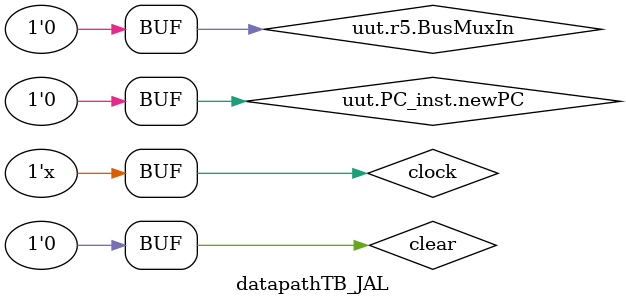
<source format=v>
/* TO DO:
	Fix T6 so that signals are actually driven for Read and MDRin
*/
`timescale 1ns/1ps

module datapathTB_JAL;

    // Clock and Reset
    reg clock;
    reg clear;
    reg PCout, Zhighout, Zlowout, MDRout, CON_Out; 
    reg MARin, PCin, MDRin, IRin, Yin, Zin;
    reg IncPC, Read, Write;
    reg Gra, Grb, Grc, BAout;
    reg [4:0] opcode;
    reg HIin, LOin, ZHighIn, ZLowIn;
    reg [8:0] Address;    
    reg [31:0] Mdatain;     
	 reg Rout, Rin;
	 reg Cout, HIout, LOout, Yout, InPortout;
	 reg CONin;
	 reg [31:0] external_input;
	 reg OutPortin;

    // OUTPUTS FROM DataPath (wires)
    wire R0out, R1out, R2out, R3out, R4out, R5out, R6out, R7out;
    wire R8out, R9out, R10out, R11out, R12out, R13out, R14out, R15out;
	 wire [31:0] external_output;
	 
	 parameter Default = 4'b0000, T0 = 4'b0111, T1 = 4'b1000, T2 = 4'b1001, T3 = 4'b1010, T4 = 4'b1011, T5 = 4'b1100, T6 = 4'b1101, T7 = 4'b1110;
    
	 reg [3:0] Present_state = Default;
	 
    // Instantiate DataPath
    DataPath uut(
        .clock(clock),
        .clear(clear),
        .PCout(PCout), 
        .Zhighout(Zhighout), 
        .Zlowout(Zlowout), 
        .MDRout(MDRout),
        .MARin(MARin), 
        .Rin(Rin),
        .PCin(PCin), 
        .MDRin(MDRin), 
        .IRin(IRin), 
        .Yin(Yin),
        .IncPC(IncPC), 
        .Read(Read), 
        .Write(Write),
        .Gra(Gra), 
        .Grb(Grb), 
        .Grc(Grc),
        .opcode(opcode),
        .HIin(HIin), 
        .LOin(LOin), 
        .ZHighIn(ZHighIn), 
        .ZLowIn(ZLowIn), 
        .Address(Address),
        .Mdatain(Mdatain),
        .BAout(BAout),
        .R0out(R0out), 
        .R1out(R1out), 
        .R2out(R2out), 
        .R3out(R3out),
        .R4out(R4out), 
        .R5out(R5out), 
        .R6out(R6out), 
        .R7out(R7out),
        .R8out(R8out), 
        .R9out(R9out), 
        .R10out(R10out), 
        .R11out(R11out),
        .R12out(R12out), 
        .R13out(R13out), 
        .R14out(R14out), 
        .R15out(R15out),
        .HIout(HIout), 
        .LOout(LOout),
        .Yout(Yout), 
        .InPortout(InPortout), 
        .Cout(Cout),   // Fixed naming (was CSignOut)
        .Rout(Rout),    // Added Rout
		  .CONin(CONin),
		  .InPortData(external_input),  // Input data to InPort
		  .OutPortData(external_output), // Output data from OutPort
        .OutPortin(OutPortin)      // Control signal for writing output
    );

    
   initial begin
      clock = 0;
		clear = 0;
		uut.PC_inst.newPC = 32'h14;
		uut.r5.BusMuxIn = 32'h54;
   end
	 
	always 
		#10  clock <= ~clock;
		
	always @(posedge clock) begin
    case (Present_state)
        Default: Present_state <= T0;
        T0:      Present_state <= T1;
        T1:      Present_state <= T2;
        T2:      Present_state <= T3;
        T3:      Present_state <= T4;
        T4:      Present_state <= T5;
        T5:      Present_state <= T6;
        T6:      Present_state <= Default; // Reset or stop
		endcase
	end 
	
	always @(Present_state) begin
			case (Present_state)
				Default: begin
                PCout <= 0;         Zhighout <= 0;      Zlowout <= 0;      MDRout <= 0;
                MARin <= 0;         PCin <= 0;          MDRin <= 0;        IRin <= 0;          Yin <= 0;
                IncPC <= 0;         Read <= 0;          Write <= 0;		
                Gra <= 0;           Grb <= 0;           Grc <= 0;          opcode <= 0;
                HIin <= 0;          LOin <= 0;          ZHighIn <= 0;      ZLowIn <= 0; 
                Address <= 9'h0;    Mdatain <= 32'h0;
                Cout <= 0; 
					 CONin <= 0; 
            end
				
			T0: begin 
                    MARin <= 1;     IncPC <= 1; PCout <= 1; ZLowIn <= 1; 
 
            end

			T1: begin 
					     MARin <= 0;     IncPC <= 0; PCout <= 0; ZLowIn <= 0;  
						  Zlowout <= 1; Read <= 1; MDRin <= 1;
            end

			T2: begin 
						  Zlowout <= 0; Read <= 0; MDRin <= 0;
                    MDRout <= 1;    IRin <= 1; 
            end

			  T3: begin 
			  			  MDRout <= 0;     		 IRin <= 0;
                    PCout <= 1;              Grb <= 1;	 Rin <= 1;					
            end

			  T4: begin 
			          PCout <= 0;              Grb <= 0;     Rin <= 0;    
                   PCin <= 1;             Rout <=1;          Gra <= 1;
            end

		endcase
	end

endmodule
</source>
